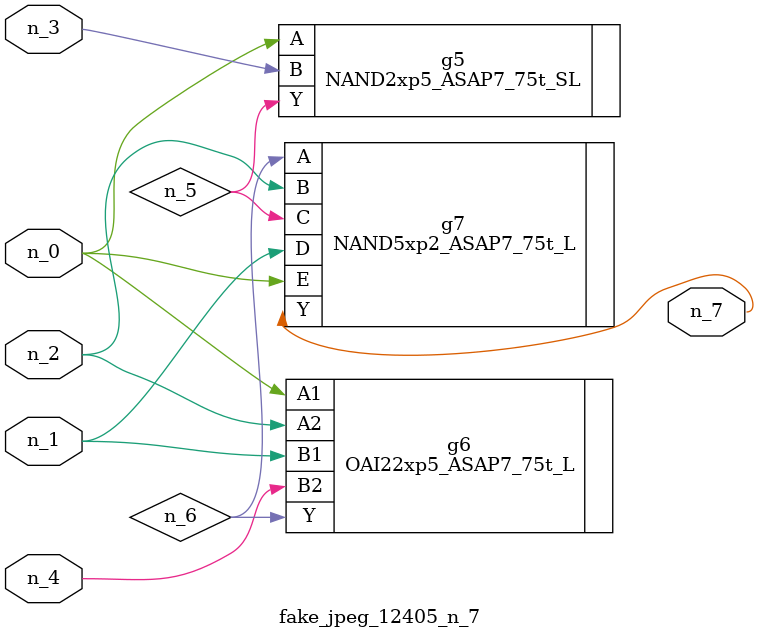
<source format=v>
module fake_jpeg_12405_n_7 (n_3, n_2, n_1, n_0, n_4, n_7);

input n_3;
input n_2;
input n_1;
input n_0;
input n_4;

output n_7;

wire n_6;
wire n_5;

NAND2xp5_ASAP7_75t_SL g5 ( 
.A(n_0),
.B(n_3),
.Y(n_5)
);

OAI22xp5_ASAP7_75t_L g6 ( 
.A1(n_0),
.A2(n_2),
.B1(n_1),
.B2(n_4),
.Y(n_6)
);

NAND5xp2_ASAP7_75t_L g7 ( 
.A(n_6),
.B(n_2),
.C(n_5),
.D(n_1),
.E(n_0),
.Y(n_7)
);


endmodule
</source>
